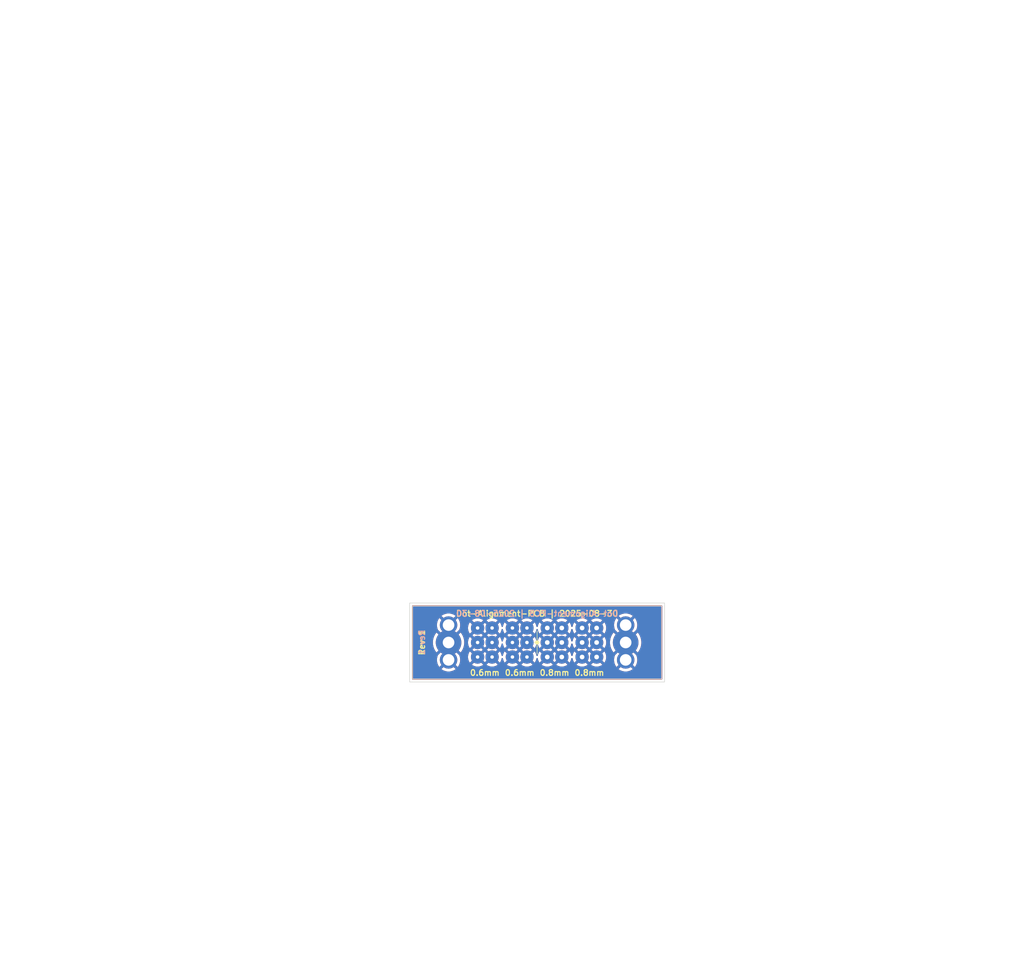
<source format=kicad_pcb>
(kicad_pcb (version 20241229) (generator "pcbnew") (generator_version "9.0")
  (title_block (title "Dot-Alignment-PCB") (date "2025-08-30") (rev "Rev 1"))
  (layers (0 "F.Cu" signal) (2 "B.Cu" signal) (13 "F.Paste" user) (15 "B.Paste" user) (5 "F.SilkS" user "F.Silkscreen") (7 "B.SilkS" user "B.Silkscreen") (1 "F.Mask" user) (3 "B.Mask" user) (25 "Edge.Cuts" user))
  (net 0 "")
  (net 1 "GND")
  (footprint "00-lib-footprints:BrailleCell_0.8mm_ID" (layer "F.Cu") (at 113.25 125)
    (property "Reference" "H5" (hide yes))
    (property "Value" "BrailleCell")
    (pad "1" thru_hole circle (at -1.25 -2.5) (size 2.3 2.3) (drill 0.8) (layers "*.Cu" "*.Mask") (net 1 "GND"))
    (pad "1" thru_hole circle (at -1.25 0) (size 2.3 2.3) (drill 0.8) (layers "*.Cu" "*.Mask") (net 1 "GND"))
    (pad "1" thru_hole circle (at -1.25 2.5) (size 2.3 2.3) (drill 0.8) (layers "*.Cu" "*.Mask") (net 1 "GND"))
    (pad "1" thru_hole circle (at 1.25 -2.5) (size 2.3 2.3) (drill 0.8) (layers "*.Cu" "*.Mask") (net 1 "GND"))
    (pad "1" thru_hole circle (at 1.25 0) (size 2.3 2.3) (drill 0.8) (layers "*.Cu" "*.Mask") (net 1 "GND"))
    (pad "1" thru_hole circle (at 1.25 2.5) (size 2.3 2.3) (drill 0.8) (layers "*.Cu" "*.Mask") (net 1 "GND"))
  )
  (footprint "00-lib-footprints:BrailleCell_0.6mm_ID" (layer "F.Cu") (at 107.25 125)
    (property "Reference" "H4" (hide yes))
    (property "Value" "BrailleCell")
    (pad "1" thru_hole circle (at -1.25 -2.5) (size 2.3 2.3) (drill 0.6) (layers "*.Cu" "*.Mask") (net 1 "GND"))
    (pad "1" thru_hole circle (at -1.25 0) (size 2.3 2.3) (drill 0.6) (layers "*.Cu" "*.Mask") (net 1 "GND"))
    (pad "1" thru_hole circle (at -1.25 2.5) (size 2.3 2.3) (drill 0.6) (layers "*.Cu" "*.Mask") (net 1 "GND"))
    (pad "1" thru_hole circle (at 1.25 -2.5) (size 2.3 2.3) (drill 0.6) (layers "*.Cu" "*.Mask") (net 1 "GND"))
    (pad "1" thru_hole circle (at 1.25 0) (size 2.3 2.3) (drill 0.6) (layers "*.Cu" "*.Mask") (net 1 "GND"))
    (pad "1" thru_hole circle (at 1.25 2.5) (size 2.3 2.3) (drill 0.6) (layers "*.Cu" "*.Mask") (net 1 "GND"))
  )
  (footprint "00-lib-footprints:BrailleCell_0.6mm_ID" (layer "F.Cu") (at 101.25 125)
    (property "Reference" "H3" (hide yes))
    (property "Value" "BrailleCell")
    (pad "1" thru_hole circle (at -1.25 -2.5) (size 2.3 2.3) (drill 0.6) (layers "*.Cu" "*.Mask") (net 1 "GND"))
    (pad "1" thru_hole circle (at -1.25 0) (size 2.3 2.3) (drill 0.6) (layers "*.Cu" "*.Mask") (net 1 "GND"))
    (pad "1" thru_hole circle (at -1.25 2.5) (size 2.3 2.3) (drill 0.6) (layers "*.Cu" "*.Mask") (net 1 "GND"))
    (pad "1" thru_hole circle (at 1.25 -2.5) (size 2.3 2.3) (drill 0.6) (layers "*.Cu" "*.Mask") (net 1 "GND"))
    (pad "1" thru_hole circle (at 1.25 0) (size 2.3 2.3) (drill 0.6) (layers "*.Cu" "*.Mask") (net 1 "GND"))
    (pad "1" thru_hole circle (at 1.25 2.5) (size 2.3 2.3) (drill 0.6) (layers "*.Cu" "*.Mask") (net 1 "GND"))
  )
  (footprint "00-lib-footprints:Braille_Block_MountingHoles_M2_3x" (layer "F.Cu") (at 125.5 125)
    (property "Reference" "H2" (hide yes))
    (property "Value" "MountingHole_Pad")
    (pad "1" thru_hole circle (at 0 -3) (size 3 3) (drill 2) (layers "*.Cu" "*.Mask") (net 1 "GND"))
    (pad "1" thru_hole circle (at 0 0) (size 4.4 4.4) (drill 2) (layers "*.Cu" "*.Mask") (net 1 "GND"))
    (pad "1" thru_hole circle (at 0 3) (size 3 3) (drill 2) (layers "*.Cu" "*.Mask") (net 1 "GND"))
  )
  (footprint "00-lib-footprints:BrailleCell_0.8mm_ID" (layer "F.Cu") (at 119.25 125)
    (property "Reference" "H6" (hide yes))
    (property "Value" "BrailleCell")
    (pad "1" thru_hole circle (at -1.25 -2.5) (size 2.3 2.3) (drill 0.8) (layers "*.Cu" "*.Mask") (net 1 "GND"))
    (pad "1" thru_hole circle (at -1.25 0) (size 2.3 2.3) (drill 0.8) (layers "*.Cu" "*.Mask") (net 1 "GND"))
    (pad "1" thru_hole circle (at -1.25 2.5) (size 2.3 2.3) (drill 0.8) (layers "*.Cu" "*.Mask") (net 1 "GND"))
    (pad "1" thru_hole circle (at 1.25 -2.5) (size 2.3 2.3) (drill 0.8) (layers "*.Cu" "*.Mask") (net 1 "GND"))
    (pad "1" thru_hole circle (at 1.25 0) (size 2.3 2.3) (drill 0.8) (layers "*.Cu" "*.Mask") (net 1 "GND"))
    (pad "1" thru_hole circle (at 1.25 2.5) (size 2.3 2.3) (drill 0.8) (layers "*.Cu" "*.Mask") (net 1 "GND"))
  )
  (footprint "00-lib-footprints:Braille_Block_MountingHoles_M2_3x" (layer "F.Cu") (at 95 125)
    (property "Reference" "H1" (hide yes))
    (property "Value" "MountingHole_Pad")
    (pad "1" thru_hole circle (at 0 -3) (size 3 3) (drill 2) (layers "*.Cu" "*.Mask") (net 1 "GND"))
    (pad "1" thru_hole circle (at 0 0) (size 4.4 4.4) (drill 2) (layers "*.Cu" "*.Mask") (net 1 "GND"))
    (pad "1" thru_hole circle (at 0 3) (size 3 3) (drill 2) (layers "*.Cu" "*.Mask") (net 1 "GND"))
  )
  (gr_rect (start 88.8 118.7) (end 131.7 131.3) (stroke (width 0.1)) (fill no) (layer "F.SilkS"))
  (gr_line (start 109.75 125) (end 110.75 125) (stroke (width 0.1)) (layer "F.SilkS"))
  (gr_circle (center 110.25 125) (end 110.55 125) (stroke (width 0.1)) (fill yes) (layer "F.SilkS"))
  (gr_line (start 110.25 123) (end 110.25 127) (stroke (width 0.1)) (layer "F.SilkS"))
  (gr_rect (start 88.8 118.7) (end 131.7 131.3) (stroke (width 0.1)) (fill no) (layer "B.SilkS"))
  (gr_rect (start 88.3 118.2) (end 132.2 131.8) (stroke (width 0.1)) (fill no) (layer "Edge.Cuts"))
  (gr_text "0.8mm" (at 113.25 130.8 0) (layer "F.SilkS") (effects (font (size 1 1) (thickness 0.2) (bold yes)) (justify bottom)))
  (gr_text "0.8mm" (at 119.25 130.8 0) (layer "F.SilkS") (effects (font (size 1 1) (thickness 0.2) (bold yes)) (justify bottom)))
  (gr_text "Rev 1" (at 91 125 90) (layer "F.SilkS") (effects (font (size 1 1) (thickness 0.2) (bold yes)) (justify bottom)))
  (gr_text "0.6mm" (at 101.25 130.8 0) (layer "F.SilkS") (effects (font (size 1 1) (thickness 0.2) (bold yes)) (justify bottom)))
  (gr_text "0.6mm" (at 107.25 130.8 0) (layer "F.SilkS") (effects (font (size 1 1) (thickness 0.2) (bold yes)) (justify bottom)))
  (gr_text "Dot-Alignment-PCB | 2025-08-30" (at 110.25 120.6 0) (layer "F.SilkS") (effects (font (size 1 1) (thickness 0.2) (bold yes)) (justify bottom)))
  (gr_text "Rev 1" (at 91 125 90) (layer "B.SilkS") (effects (font (size 1 1) (thickness 0.2) (bold yes)) (justify bottom mirror)))
  (gr_text "Dot-Alignment-PCB | 2025-08-30" (at 110.25 120.6 0) (layer "B.SilkS") (effects (font (size 1 1) (thickness 0.2) (bold yes)) (justify bottom mirror)))
  (zone (net 1) (net_name "GND") (layers "F.Cu" "B.Cu") (connect_pads (clearance 0.5)) (min_thickness 0.25) (fill yes (thermal_gap 0.5) (thermal_bridge_width 0.5))
    (polygon (pts (xy 194.107341 72.478123) (xy 186.666887 145.325354) (xy 71.382682 145.424823) (xy 80.207341 72.578123)))
  )
)
</source>
